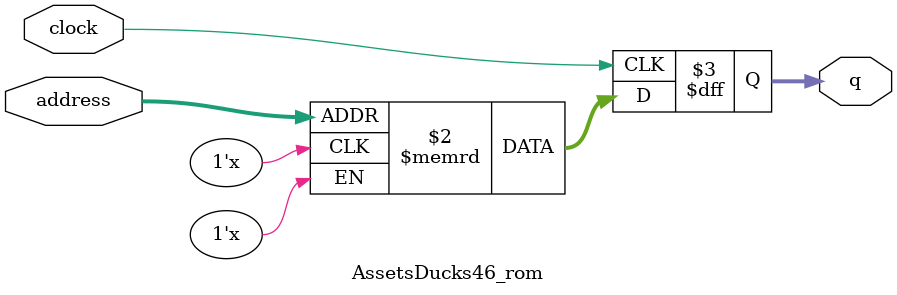
<source format=sv>
module AssetsDucks46_rom (
	input logic clock,
	input logic [11:0] address,
	output logic [3:0] q
);

logic [3:0] memory [0:4095] /* synthesis ram_init_file = "./AssetsDucks46/AssetsDucks46.mif" */;

always_ff @ (posedge clock) begin
	q <= memory[address];
end

endmodule

</source>
